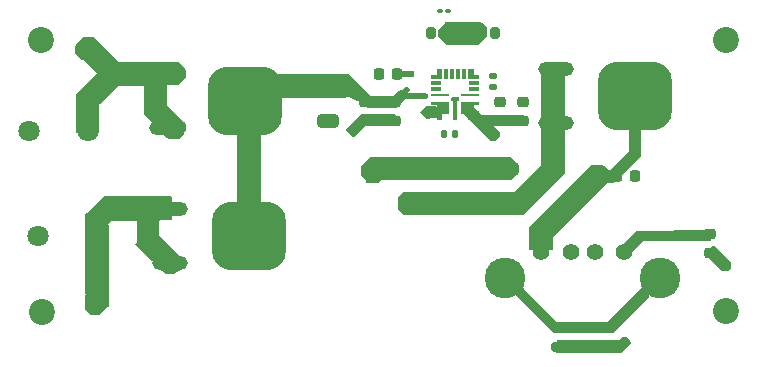
<source format=gts>
G04 #@! TF.GenerationSoftware,KiCad,Pcbnew,7.0.10*
G04 #@! TF.CreationDate,2024-02-24T17:00:32-05:00*
G04 #@! TF.ProjectId,main_buck_board,6d61696e-5f62-4756-936b-5f626f617264,rev?*
G04 #@! TF.SameCoordinates,Original*
G04 #@! TF.FileFunction,Soldermask,Top*
G04 #@! TF.FilePolarity,Negative*
%FSLAX46Y46*%
G04 Gerber Fmt 4.6, Leading zero omitted, Abs format (unit mm)*
G04 Created by KiCad (PCBNEW 7.0.10) date 2024-02-24 17:00:32*
%MOMM*%
%LPD*%
G01*
G04 APERTURE LIST*
G04 Aperture macros list*
%AMRoundRect*
0 Rectangle with rounded corners*
0 $1 Rounding radius*
0 $2 $3 $4 $5 $6 $7 $8 $9 X,Y pos of 4 corners*
0 Add a 4 corners polygon primitive as box body*
4,1,4,$2,$3,$4,$5,$6,$7,$8,$9,$2,$3,0*
0 Add four circle primitives for the rounded corners*
1,1,$1+$1,$2,$3*
1,1,$1+$1,$4,$5*
1,1,$1+$1,$6,$7*
1,1,$1+$1,$8,$9*
0 Add four rect primitives between the rounded corners*
20,1,$1+$1,$2,$3,$4,$5,0*
20,1,$1+$1,$4,$5,$6,$7,0*
20,1,$1+$1,$6,$7,$8,$9,0*
20,1,$1+$1,$8,$9,$2,$3,0*%
%AMFreePoly0*
4,1,20,0.758544,0.125006,0.762496,0.125006,0.762496,0.121054,0.763099,0.120451,0.763099,-0.792049,0.744349,-0.810799,0.188099,-0.810799,0.188099,-1.355799,-0.261901,-1.355799,-0.261901,-0.810799,-0.761901,-0.810799,-0.761901,-0.560799,-0.261901,-0.560799,-0.261901,-0.125006,-0.762495,-0.125006,-0.762495,0.125006,-0.761901,0.125006,-0.761901,0.139201,0.744349,0.139201,0.758544,0.125006,
0.758544,0.125006,$1*%
%AMFreePoly1*
4,1,17,0.951036,0.308536,0.952500,0.305000,0.952500,-0.295000,0.951036,-0.298536,0.947500,-0.300000,0.687500,-0.300000,0.683964,-0.298536,0.682500,-0.295000,0.682500,-0.155000,-0.947500,-0.155000,-0.947500,0.155000,0.682500,0.155000,0.682500,0.305000,0.683964,0.308536,0.687500,0.310000,0.947500,0.310000,0.951036,0.308536,0.951036,0.308536,$1*%
%AMFreePoly2*
4,1,20,0.761901,0.125006,0.762496,0.125006,0.762496,-0.125006,0.261901,-0.125006,0.261901,-0.560799,0.761901,-0.560799,0.761901,-0.810799,0.261901,-0.810799,0.261901,-1.355799,-0.188099,-1.355799,-0.188099,-0.810799,-0.744349,-0.810799,-0.763099,-0.792049,-0.763099,0.120451,-0.762495,0.121055,-0.762495,0.125006,-0.758544,0.125006,-0.744349,0.139201,0.761901,0.139201,0.761901,0.125006,
0.761901,0.125006,$1*%
G04 Aperture macros list end*
%ADD10RoundRect,0.250000X-0.650000X0.325000X-0.650000X-0.325000X0.650000X-0.325000X0.650000X0.325000X0*%
%ADD11RoundRect,0.225000X-0.225000X-0.250000X0.225000X-0.250000X0.225000X0.250000X-0.225000X0.250000X0*%
%ADD12RoundRect,0.200000X-0.200000X-0.275000X0.200000X-0.275000X0.200000X0.275000X-0.200000X0.275000X0*%
%ADD13RoundRect,0.582000X-0.935000X0.000000X-0.935000X0.000000X0.935000X0.000000X0.935000X0.000000X0*%
%ADD14RoundRect,1.750200X-1.401800X1.166800X-1.401800X-1.166800X1.401800X-1.166800X1.401800X1.166800X0*%
%ADD15RoundRect,0.140000X-0.170000X0.140000X-0.170000X-0.140000X0.170000X-0.140000X0.170000X0.140000X0*%
%ADD16RoundRect,0.200000X-0.275000X0.200000X-0.275000X-0.200000X0.275000X-0.200000X0.275000X0.200000X0*%
%ADD17C,2.200000*%
%ADD18RoundRect,0.225000X-0.250000X0.225000X-0.250000X-0.225000X0.250000X-0.225000X0.250000X0.225000X0*%
%ADD19RoundRect,0.225000X0.250000X-0.225000X0.250000X0.225000X-0.250000X0.225000X-0.250000X-0.225000X0*%
%ADD20RoundRect,0.225000X0.225000X0.250000X-0.225000X0.250000X-0.225000X-0.250000X0.225000X-0.250000X0*%
%ADD21RoundRect,0.100000X-0.130000X-0.100000X0.130000X-0.100000X0.130000X0.100000X-0.130000X0.100000X0*%
%ADD22C,1.000000*%
%ADD23C,1.803400*%
%ADD24R,0.875005X0.299999*%
%ADD25R,1.524991X0.250012*%
%ADD26FreePoly0,0.000000*%
%ADD27FreePoly1,90.000000*%
%ADD28FreePoly2,0.000000*%
%ADD29R,0.449999X0.872502*%
%ADD30R,0.949998X0.347500*%
%ADD31R,0.299999X0.875005*%
%ADD32R,0.956250X0.354998*%
%ADD33R,0.461250X0.881250*%
%ADD34C,1.400000*%
%ADD35C,3.450000*%
%ADD36RoundRect,0.140000X-0.140000X-0.170000X0.140000X-0.170000X0.140000X0.170000X-0.140000X0.170000X0*%
G04 APERTURE END LIST*
G36*
X181780000Y-101620250D02*
G01*
X181761250Y-101639000D01*
X180830000Y-101639000D01*
X180830000Y-101289000D01*
X181330000Y-101289000D01*
X181330000Y-100764000D01*
X181780000Y-100764000D01*
X181780000Y-101620250D01*
G37*
G36*
X184430000Y-101289000D02*
G01*
X184930000Y-101289000D01*
X184930000Y-101639000D01*
X183998750Y-101639000D01*
X183980000Y-101620250D01*
X183980000Y-100764000D01*
X184430000Y-100764000D01*
X184430000Y-101289000D01*
G37*
G36*
X183180000Y-103464000D02*
G01*
X183048750Y-103464000D01*
X183030000Y-103482750D01*
X183030000Y-105114000D01*
X182730000Y-105114000D01*
X182730000Y-103482750D01*
X182711250Y-103464000D01*
X182580000Y-103464000D01*
X182580000Y-103214000D01*
X183180000Y-103214000D01*
X183180000Y-103464000D01*
G37*
G36*
X182355000Y-103657750D02*
G01*
X182355000Y-104570250D01*
X182336250Y-104589000D01*
X181780000Y-104589000D01*
X181780000Y-105114000D01*
X181330000Y-105114000D01*
X181330000Y-104589000D01*
X180830000Y-104589000D01*
X180830000Y-104339000D01*
X181330000Y-104339000D01*
X181330000Y-103889000D01*
X180830000Y-103889000D01*
X180830000Y-103639000D01*
X182336250Y-103639000D01*
X182355000Y-103657750D01*
G37*
G36*
X184930000Y-103889000D02*
G01*
X184430000Y-103889000D01*
X184430000Y-104339000D01*
X184930000Y-104339000D01*
X184930000Y-104589000D01*
X184430000Y-104589000D01*
X184430000Y-105114000D01*
X183980000Y-105114000D01*
X183980000Y-104589000D01*
X183423750Y-104589000D01*
X183405000Y-104570250D01*
X183405000Y-103657750D01*
X183423750Y-103639000D01*
X184930000Y-103639000D01*
X184930000Y-103889000D01*
G37*
D10*
X183515000Y-109269000D03*
X183515000Y-112219000D03*
D11*
X196570000Y-109855000D03*
X198120000Y-109855000D03*
D12*
X184595000Y-97790000D03*
X186245000Y-97790000D03*
D13*
X158450000Y-101219000D03*
D14*
X165100000Y-103505000D03*
D13*
X158450000Y-105791000D03*
D15*
X186055000Y-101374000D03*
X186055000Y-102334000D03*
D10*
X187325000Y-109269000D03*
X187325000Y-112219000D03*
D16*
X191460000Y-122675000D03*
X191460000Y-124325000D03*
D17*
X147870000Y-121360000D03*
D18*
X194665000Y-122725000D03*
X194665000Y-124275000D03*
D19*
X204470000Y-116345000D03*
X204470000Y-114795000D03*
D20*
X177940000Y-101219000D03*
X176390000Y-101219000D03*
D13*
X158750000Y-112649000D03*
D14*
X165400000Y-114935000D03*
D13*
X158750000Y-117221000D03*
D21*
X181605000Y-95885000D03*
X182245000Y-95885000D03*
D22*
X191135000Y-107569000D03*
D23*
X152525100Y-114935000D03*
X147525100Y-114935000D03*
D24*
X181267501Y-101988999D03*
X181267501Y-102489000D03*
D25*
X181592501Y-102988999D03*
D26*
X181592501Y-103764001D03*
D25*
X181592501Y-104464001D03*
D27*
X182885000Y-104166500D03*
D25*
X184167499Y-104464001D03*
D28*
X184170000Y-103779000D03*
D25*
X184167499Y-102988999D03*
D24*
X184492499Y-102489000D03*
X184492499Y-101988999D03*
D29*
X184205000Y-101200251D03*
D30*
X184454999Y-101462752D03*
D31*
X183629999Y-101201503D03*
X183129999Y-101201503D03*
X182629999Y-101201503D03*
X182129999Y-101201503D03*
D32*
X181308127Y-101466501D03*
D33*
X181555627Y-101203375D03*
D18*
X175260000Y-103619000D03*
X175260000Y-105169000D03*
D23*
X151765000Y-106045000D03*
X146765000Y-106045000D03*
D10*
X172085000Y-102284000D03*
X172085000Y-105234000D03*
D17*
X205840000Y-121300000D03*
D10*
X179070000Y-109269000D03*
X179070000Y-112219000D03*
D13*
X191440000Y-100838000D03*
D14*
X198090000Y-103124000D03*
D13*
X191440000Y-105410000D03*
D17*
X205840000Y-98310000D03*
D12*
X180785000Y-97790000D03*
X182435000Y-97790000D03*
D34*
X190175000Y-116325000D03*
X192675000Y-116325000D03*
X194675000Y-116325000D03*
X197175000Y-116325000D03*
D35*
X187105000Y-118525000D03*
X200245000Y-118525000D03*
D22*
X151765000Y-99060000D03*
X152400000Y-120650000D03*
D36*
X181920000Y-106299000D03*
X182880000Y-106299000D03*
D18*
X188595000Y-103619000D03*
X188595000Y-105169000D03*
X177800000Y-103619000D03*
X177800000Y-105169000D03*
D17*
X147810000Y-98310000D03*
D18*
X186690000Y-103619000D03*
X186690000Y-105169000D03*
G36*
X166363839Y-106293285D02*
G01*
X166409594Y-106346089D01*
X166420800Y-106397600D01*
X166420800Y-112144000D01*
X166401115Y-112211039D01*
X166348311Y-112256794D01*
X166296800Y-112268000D01*
X164512800Y-112268000D01*
X164445761Y-112248315D01*
X164400006Y-112195511D01*
X164388800Y-112144000D01*
X164388800Y-106397600D01*
X164408485Y-106330561D01*
X164461289Y-106284806D01*
X164512800Y-106273600D01*
X166296800Y-106273600D01*
X166363839Y-106293285D01*
G37*
G36*
X176745597Y-108249085D02*
G01*
X176778159Y-108279537D01*
X176785038Y-108288813D01*
X176791796Y-108298929D01*
X176798148Y-108309527D01*
X176803884Y-108320258D01*
X176809166Y-108331426D01*
X176813821Y-108342663D01*
X176817981Y-108354288D01*
X176821516Y-108365941D01*
X176824516Y-108377919D01*
X176826889Y-108389854D01*
X176828701Y-108402072D01*
X176829893Y-108414171D01*
X176830650Y-108429560D01*
X176830800Y-108435652D01*
X176830800Y-110086600D01*
X176811115Y-110153639D01*
X176758311Y-110199394D01*
X176706800Y-110210600D01*
X176631599Y-110210600D01*
X176388519Y-110453681D01*
X176327196Y-110487166D01*
X176300838Y-110490000D01*
X175489162Y-110490000D01*
X175422123Y-110470315D01*
X175401481Y-110453681D01*
X175347119Y-110399319D01*
X175313634Y-110337996D01*
X175310800Y-110311638D01*
X175310800Y-110236000D01*
X174940719Y-109865919D01*
X174907234Y-109804596D01*
X174904400Y-109778238D01*
X174904400Y-109118962D01*
X174924085Y-109051923D01*
X174940719Y-109031281D01*
X175706281Y-108265719D01*
X175767604Y-108232234D01*
X175793962Y-108229400D01*
X176678558Y-108229400D01*
X176745597Y-108249085D01*
G37*
G36*
X152237877Y-98114485D02*
G01*
X152258519Y-98131119D01*
X152730200Y-98602800D01*
X152755038Y-98602800D01*
X152822077Y-98622485D01*
X152842719Y-98639119D01*
X152857396Y-98653796D01*
X152890881Y-98715119D01*
X152885897Y-98784811D01*
X152857396Y-98829158D01*
X151610358Y-100076196D01*
X151549035Y-100109681D01*
X151479343Y-100104697D01*
X151434996Y-100076196D01*
X151409400Y-100050600D01*
X151333762Y-100050600D01*
X151266723Y-100030915D01*
X151246081Y-100014281D01*
X150759919Y-99528119D01*
X150726434Y-99466796D01*
X150723600Y-99440438D01*
X150723600Y-98857362D01*
X150743285Y-98790323D01*
X150759919Y-98769681D01*
X151398481Y-98131119D01*
X151459804Y-98097634D01*
X151486162Y-98094800D01*
X152170838Y-98094800D01*
X152237877Y-98114485D01*
G37*
G36*
X187569277Y-108249085D02*
G01*
X187589919Y-108265719D01*
X188228481Y-108904281D01*
X188261966Y-108965604D01*
X188264800Y-108991962D01*
X188264800Y-109549638D01*
X188245115Y-109616677D01*
X188228481Y-109637319D01*
X187666119Y-110199681D01*
X187604796Y-110233166D01*
X187578438Y-110236000D01*
X178333962Y-110236000D01*
X178266923Y-110216315D01*
X178262614Y-110212842D01*
X178257199Y-110210600D01*
X176631599Y-110210600D01*
X176491704Y-110350496D01*
X176430381Y-110383981D01*
X176360689Y-110378997D01*
X176316342Y-110350496D01*
X176101379Y-110135533D01*
X176097182Y-110131125D01*
X176086837Y-110119711D01*
X176079115Y-110110302D01*
X176071762Y-110100387D01*
X176065003Y-110090270D01*
X176058651Y-110079672D01*
X176052915Y-110068941D01*
X176047633Y-110057773D01*
X176042978Y-110046536D01*
X176038818Y-110034911D01*
X176035283Y-110023258D01*
X176032283Y-110011280D01*
X176029910Y-109999345D01*
X176028098Y-109987127D01*
X176026905Y-109975020D01*
X176026149Y-109959631D01*
X176026000Y-109953547D01*
X176026000Y-108353400D01*
X176045685Y-108286361D01*
X176098489Y-108240606D01*
X176150000Y-108229400D01*
X187502238Y-108229400D01*
X187569277Y-108249085D01*
G37*
G36*
X173878677Y-101264085D02*
G01*
X173899319Y-101280719D01*
X175717200Y-103098600D01*
X176019392Y-103098600D01*
X176086431Y-103118285D01*
X176107073Y-103134919D01*
X176349020Y-103376866D01*
X176353217Y-103381274D01*
X176363562Y-103392688D01*
X176371284Y-103402097D01*
X176378637Y-103412012D01*
X176385396Y-103422129D01*
X176391748Y-103432727D01*
X176397484Y-103443458D01*
X176402766Y-103454626D01*
X176407421Y-103465863D01*
X176411581Y-103477488D01*
X176415116Y-103489141D01*
X176418116Y-103501119D01*
X176420489Y-103513054D01*
X176422301Y-103525272D01*
X176423493Y-103537371D01*
X176424250Y-103552760D01*
X176424400Y-103558852D01*
X176424400Y-103933747D01*
X176424250Y-103939839D01*
X176423493Y-103955228D01*
X176422301Y-103967327D01*
X176420489Y-103979545D01*
X176418118Y-103991473D01*
X176417155Y-103995319D01*
X176381776Y-104055569D01*
X176319440Y-104087128D01*
X176296868Y-104089200D01*
X175511000Y-104089200D01*
X175443961Y-104069515D01*
X175398206Y-104016711D01*
X175387000Y-103965200D01*
X175387000Y-103886000D01*
X175357606Y-103886000D01*
X175303190Y-103873422D01*
X173685200Y-103083240D01*
X173685200Y-103127000D01*
X173665515Y-103194039D01*
X173612711Y-103239794D01*
X173561200Y-103251000D01*
X167789400Y-103251000D01*
X167722361Y-103231315D01*
X167676606Y-103178511D01*
X167665400Y-103127000D01*
X167665400Y-101368400D01*
X167685085Y-101301361D01*
X167737889Y-101255606D01*
X167789400Y-101244400D01*
X173811638Y-101244400D01*
X173878677Y-101264085D01*
G37*
G36*
X159451477Y-100222685D02*
G01*
X159472119Y-100239319D01*
X160034481Y-100801681D01*
X160067966Y-100863004D01*
X160070800Y-100889362D01*
X160070800Y-101497838D01*
X160051115Y-101564877D01*
X160034481Y-101585519D01*
X159497519Y-102122481D01*
X159436196Y-102155966D01*
X159409838Y-102158800D01*
X158572762Y-102158800D01*
X158505723Y-102139115D01*
X158497737Y-102132680D01*
X158496000Y-102133400D01*
X158496000Y-102154122D01*
X158476315Y-102221161D01*
X158423511Y-102266916D01*
X158354353Y-102276860D01*
X158290797Y-102247835D01*
X158253023Y-102189057D01*
X158249342Y-102172317D01*
X158248098Y-102163931D01*
X158246905Y-102151820D01*
X158246149Y-102136431D01*
X158246000Y-102130347D01*
X158246000Y-100327000D01*
X158265685Y-100259961D01*
X158318489Y-100214206D01*
X158370000Y-100203000D01*
X159384438Y-100203000D01*
X159451477Y-100222685D01*
G37*
G36*
X204436692Y-114423958D02*
G01*
X204483320Y-114475992D01*
X204495400Y-114529376D01*
X204495400Y-115268200D01*
X204475715Y-115335239D01*
X204422911Y-115380994D01*
X204371400Y-115392200D01*
X198754999Y-115392200D01*
X197826681Y-116320519D01*
X197765358Y-116354004D01*
X197695666Y-116349020D01*
X197651319Y-116320519D01*
X197106706Y-115775906D01*
X197073221Y-115714583D01*
X197078205Y-115644891D01*
X197110140Y-115597239D01*
X198253085Y-114538958D01*
X198315650Y-114507854D01*
X198335266Y-114505961D01*
X204369334Y-114405393D01*
X204436692Y-114423958D01*
G37*
G36*
X152596757Y-98485203D02*
G01*
X152641104Y-98513704D01*
X152730200Y-98602800D01*
X152755038Y-98602800D01*
X152822077Y-98622485D01*
X152842719Y-98639119D01*
X154406600Y-100203000D01*
X158622000Y-100203000D01*
X158689039Y-100222685D01*
X158734794Y-100275489D01*
X158746000Y-100327000D01*
X158746000Y-102034800D01*
X158726315Y-102101839D01*
X158673511Y-102147594D01*
X158622000Y-102158800D01*
X158572762Y-102158800D01*
X158505723Y-102139115D01*
X158497737Y-102132680D01*
X158496000Y-102133400D01*
X158496000Y-103783838D01*
X158476315Y-103850877D01*
X158470600Y-103857969D01*
X158470600Y-103860600D01*
X159918399Y-105308399D01*
X159919770Y-105308967D01*
X159984877Y-105328085D01*
X160005519Y-105344719D01*
X160034481Y-105373681D01*
X160067966Y-105435004D01*
X160070800Y-105461362D01*
X160070800Y-105993638D01*
X160051115Y-106060677D01*
X160034481Y-106081319D01*
X159918399Y-106197400D01*
X159909680Y-106218452D01*
X159865839Y-106272856D01*
X159799545Y-106294921D01*
X159795119Y-106295000D01*
X158545363Y-106295000D01*
X158478324Y-106275315D01*
X158432569Y-106222511D01*
X158422625Y-106153353D01*
X158451650Y-106089797D01*
X158457682Y-106083319D01*
X158496000Y-106045000D01*
X157943174Y-106045000D01*
X157876135Y-106025315D01*
X157830380Y-105972511D01*
X157824614Y-105932413D01*
X156525719Y-104633518D01*
X156492234Y-104572195D01*
X156489400Y-104545837D01*
X156489400Y-102209600D01*
X154381199Y-102209600D01*
X152842719Y-103748081D01*
X152781396Y-103781566D01*
X152755667Y-103784332D01*
X152755600Y-103784400D01*
X152755600Y-106073400D01*
X152735915Y-106140439D01*
X152683111Y-106186194D01*
X152631600Y-106197400D01*
X150873000Y-106197400D01*
X150805961Y-106177715D01*
X150760206Y-106124911D01*
X150749000Y-106073400D01*
X150749000Y-103022962D01*
X150768685Y-102955923D01*
X150785319Y-102935281D01*
X152490681Y-101229919D01*
X152550998Y-101196983D01*
X152552400Y-101193599D01*
X151409400Y-100050600D01*
X151333762Y-100050600D01*
X151266723Y-100030915D01*
X151246081Y-100014281D01*
X151193304Y-99961504D01*
X151159819Y-99900181D01*
X151164803Y-99830489D01*
X151193304Y-99786142D01*
X152465742Y-98513704D01*
X152527065Y-98480219D01*
X152596757Y-98485203D01*
G37*
G36*
X158870839Y-111601885D02*
G01*
X158916594Y-111654689D01*
X158927800Y-111706200D01*
X158927800Y-113490200D01*
X158908115Y-113557239D01*
X158855311Y-113602994D01*
X158803800Y-113614200D01*
X157886399Y-113614200D01*
X157784800Y-113715799D01*
X157784800Y-114858800D01*
X159808319Y-116882319D01*
X159841804Y-116943642D01*
X159836820Y-117013334D01*
X159794948Y-117069267D01*
X159729484Y-117093684D01*
X159720638Y-117094000D01*
X157302762Y-117094000D01*
X157235723Y-117074315D01*
X157215081Y-117057681D01*
X155840481Y-115683081D01*
X155806996Y-115621758D01*
X155811980Y-115552066D01*
X155840481Y-115507719D01*
X155905199Y-115443000D01*
X155905200Y-115442999D01*
X155905200Y-113665000D01*
X153796999Y-113665000D01*
X153517600Y-113944400D01*
X153517600Y-113953477D01*
X153540166Y-113994804D01*
X153543000Y-114021162D01*
X153543000Y-120014000D01*
X153523315Y-120081039D01*
X153470511Y-120126794D01*
X153419000Y-120138000D01*
X151690476Y-120138000D01*
X151685251Y-120140316D01*
X151615986Y-120149488D01*
X151552758Y-120119756D01*
X151515641Y-120060560D01*
X151511000Y-120026954D01*
X151511000Y-120015562D01*
X151530685Y-119948523D01*
X151547319Y-119927880D01*
X151587199Y-119887999D01*
X151580580Y-119872020D01*
X151567961Y-119868315D01*
X151522206Y-119815511D01*
X151511000Y-119764000D01*
X151511000Y-113128600D01*
X151530685Y-113061561D01*
X151583489Y-113015806D01*
X151635000Y-113004600D01*
X151688800Y-113004600D01*
X151688800Y-113004599D01*
X153074881Y-111618519D01*
X153136204Y-111585034D01*
X153162562Y-111582200D01*
X158803800Y-111582200D01*
X158870839Y-111601885D01*
G37*
G36*
X179368639Y-100959285D02*
G01*
X179414394Y-101012089D01*
X179425600Y-101063600D01*
X179425600Y-101269238D01*
X179405915Y-101336277D01*
X179389281Y-101356919D01*
X179309519Y-101436681D01*
X179248196Y-101470166D01*
X179221838Y-101473000D01*
X178482800Y-101473000D01*
X178415761Y-101453315D01*
X178370006Y-101400511D01*
X178358800Y-101349000D01*
X178358800Y-101063600D01*
X178378485Y-100996561D01*
X178431289Y-100950806D01*
X178482800Y-100939600D01*
X179301600Y-100939600D01*
X179368639Y-100959285D01*
G37*
G36*
X197399077Y-123514485D02*
G01*
X197419719Y-123531119D01*
X197702681Y-123814081D01*
X197736166Y-123875404D01*
X197739000Y-123901762D01*
X197739000Y-124002238D01*
X197719315Y-124069277D01*
X197702681Y-124089919D01*
X196987919Y-124804681D01*
X196926596Y-124838166D01*
X196900238Y-124841000D01*
X191563800Y-124841000D01*
X191496761Y-124821315D01*
X191451006Y-124768511D01*
X191439800Y-124717000D01*
X191439800Y-123898200D01*
X191459485Y-123831161D01*
X191512289Y-123785406D01*
X191563800Y-123774200D01*
X196773800Y-123774200D01*
X196773800Y-123774199D01*
X197016881Y-123531119D01*
X197078204Y-123497634D01*
X197104562Y-123494800D01*
X197332038Y-123494800D01*
X197399077Y-123514485D01*
G37*
G36*
X184419677Y-104032685D02*
G01*
X184440319Y-104049319D01*
X185064400Y-104673400D01*
X188674200Y-104673400D01*
X188741239Y-104693085D01*
X188786994Y-104745889D01*
X188798200Y-104797400D01*
X188798200Y-105540000D01*
X188778515Y-105607039D01*
X188725711Y-105652794D01*
X188674200Y-105664000D01*
X186156599Y-105664000D01*
X186602881Y-106110281D01*
X186636366Y-106171604D01*
X186639200Y-106197962D01*
X186639200Y-106476238D01*
X186619515Y-106543277D01*
X186602881Y-106563919D01*
X186269119Y-106897681D01*
X186207796Y-106931166D01*
X186181438Y-106934000D01*
X186004762Y-106934000D01*
X185937723Y-106914315D01*
X185917081Y-106897681D01*
X183898676Y-104879275D01*
X183848032Y-104853921D01*
X183844852Y-104850852D01*
X183678881Y-104684881D01*
X183645396Y-104623558D01*
X183650380Y-104553866D01*
X183678881Y-104509519D01*
X184139081Y-104049319D01*
X184200404Y-104015834D01*
X184226762Y-104013000D01*
X184352638Y-104013000D01*
X184419677Y-104032685D01*
G37*
G36*
X191938077Y-100375085D02*
G01*
X191958719Y-100391719D01*
X192114681Y-100547681D01*
X192148166Y-100609004D01*
X192151000Y-100635362D01*
X192151000Y-109600438D01*
X192131315Y-109667477D01*
X192114681Y-109688119D01*
X188707519Y-113095281D01*
X188646196Y-113128766D01*
X188619838Y-113131600D01*
X178537162Y-113131600D01*
X178470123Y-113111915D01*
X178449481Y-113095281D01*
X178064919Y-112710719D01*
X178031434Y-112649396D01*
X178028600Y-112623038D01*
X178028600Y-111735162D01*
X178048285Y-111668123D01*
X178064919Y-111647481D01*
X178474881Y-111237519D01*
X178536204Y-111204034D01*
X178562562Y-111201200D01*
X187833000Y-111201200D01*
X187833000Y-111201199D01*
X190144400Y-108889799D01*
X190144400Y-100479400D01*
X190164085Y-100412361D01*
X190216889Y-100366606D01*
X190268400Y-100355400D01*
X191871038Y-100355400D01*
X191938077Y-100375085D01*
G37*
G36*
X185130877Y-96869885D02*
G01*
X185151519Y-96886519D01*
X185536081Y-97271081D01*
X185569566Y-97332404D01*
X185572400Y-97358762D01*
X185572400Y-97992638D01*
X185552715Y-98059677D01*
X185536081Y-98080319D01*
X184922919Y-98693481D01*
X184861596Y-98726966D01*
X184835238Y-98729800D01*
X182143962Y-98729800D01*
X182076923Y-98710115D01*
X182056281Y-98693481D01*
X181493919Y-98131119D01*
X181460434Y-98069796D01*
X181457600Y-98043438D01*
X181457600Y-97460362D01*
X181477285Y-97393323D01*
X181493919Y-97372681D01*
X181980081Y-96886519D01*
X182041404Y-96853034D01*
X182067762Y-96850200D01*
X185063838Y-96850200D01*
X185130877Y-96869885D01*
G37*
G36*
X177844639Y-104667685D02*
G01*
X177890394Y-104720489D01*
X177901600Y-104772000D01*
X177901600Y-105540000D01*
X177881915Y-105607039D01*
X177829111Y-105652794D01*
X177777600Y-105664000D01*
X175259999Y-105664000D01*
X174382481Y-106541519D01*
X174321158Y-106575004D01*
X174251466Y-106570020D01*
X174207119Y-106541519D01*
X173683981Y-106018381D01*
X173650496Y-105957058D01*
X173655480Y-105887366D01*
X173683981Y-105843019D01*
X174842681Y-104684319D01*
X174904004Y-104650834D01*
X174930362Y-104648000D01*
X177777600Y-104648000D01*
X177844639Y-104667685D01*
G37*
G36*
X188590534Y-119232980D02*
G01*
X188646467Y-119274852D01*
X188670884Y-119340316D01*
X188671200Y-119349162D01*
X188671200Y-119430800D01*
X191490600Y-122250200D01*
X195732400Y-122250200D01*
X195732400Y-122250199D01*
X198603819Y-119378781D01*
X198665142Y-119345296D01*
X198734834Y-119350280D01*
X198779181Y-119378781D01*
X199277481Y-119877081D01*
X199310966Y-119938404D01*
X199313800Y-119964762D01*
X199313800Y-120065238D01*
X199294115Y-120132277D01*
X199277481Y-120152919D01*
X196327519Y-123102881D01*
X196266196Y-123136366D01*
X196239838Y-123139200D01*
X191262562Y-123139200D01*
X191195523Y-123119515D01*
X191174881Y-123102881D01*
X187984181Y-119912181D01*
X187950696Y-119850858D01*
X187955680Y-119781166D01*
X187984181Y-119736819D01*
X188459519Y-119261481D01*
X188520842Y-119227996D01*
X188590534Y-119232980D01*
G37*
G36*
X153486039Y-119657685D02*
G01*
X153531794Y-119710489D01*
X153543000Y-119762000D01*
X153543000Y-120814982D01*
X153523315Y-120882021D01*
X153470511Y-120927776D01*
X153466814Y-120929385D01*
X152817319Y-121578881D01*
X152755996Y-121612366D01*
X152729638Y-121615200D01*
X152070362Y-121615200D01*
X152003323Y-121595515D01*
X151982681Y-121578881D01*
X151547319Y-121143519D01*
X151513834Y-121082196D01*
X151511000Y-121055838D01*
X151511000Y-120015562D01*
X151530685Y-119948523D01*
X151547319Y-119927880D01*
X151587199Y-119887999D01*
X151580580Y-119872020D01*
X151567961Y-119868315D01*
X151522206Y-119815511D01*
X151511000Y-119764000D01*
X151511000Y-119762000D01*
X151530685Y-119694961D01*
X151583489Y-119649206D01*
X151635000Y-119638000D01*
X153419000Y-119638000D01*
X153486039Y-119657685D01*
G37*
G36*
X198545639Y-105785285D02*
G01*
X198591394Y-105838089D01*
X198602600Y-105889600D01*
X198602600Y-108127238D01*
X198582915Y-108194277D01*
X198566281Y-108214919D01*
X197013319Y-109767881D01*
X196951996Y-109801366D01*
X196925638Y-109804200D01*
X196900799Y-109804200D01*
X196327519Y-110377481D01*
X196266196Y-110410966D01*
X196239838Y-110413800D01*
X195961562Y-110413800D01*
X195894523Y-110394115D01*
X195873881Y-110377481D01*
X195859400Y-110363000D01*
X195808599Y-110363000D01*
X191160400Y-115011199D01*
X191160400Y-116026638D01*
X191140715Y-116093677D01*
X191124081Y-116114319D01*
X191120519Y-116117881D01*
X191059196Y-116151366D01*
X191032838Y-116154200D01*
X189277800Y-116154200D01*
X189210761Y-116134515D01*
X189165006Y-116081711D01*
X189153800Y-116030200D01*
X189153800Y-114173562D01*
X189173485Y-114106523D01*
X189190119Y-114085881D01*
X194273681Y-109002319D01*
X194335004Y-108968834D01*
X194361362Y-108966000D01*
X195427038Y-108966000D01*
X195494077Y-108985685D01*
X195514719Y-109002319D01*
X195884800Y-109372400D01*
X195961000Y-109372400D01*
X195961000Y-109372399D01*
X197586600Y-107746799D01*
X197586600Y-105889600D01*
X197606285Y-105822561D01*
X197659089Y-105776806D01*
X197710600Y-105765600D01*
X198478600Y-105765600D01*
X198545639Y-105785285D01*
G37*
G36*
X159684077Y-105078085D02*
G01*
X159704719Y-105094719D01*
X159918399Y-105308399D01*
X159919770Y-105308967D01*
X159984877Y-105328085D01*
X160005519Y-105344719D01*
X160034481Y-105373681D01*
X160067966Y-105435004D01*
X160070800Y-105461362D01*
X160070800Y-105993638D01*
X160051115Y-106060677D01*
X160034481Y-106081319D01*
X159918400Y-106197399D01*
X159918400Y-106273038D01*
X159898715Y-106340077D01*
X159882081Y-106360719D01*
X159522919Y-106719881D01*
X159461596Y-106753366D01*
X159435238Y-106756200D01*
X158918371Y-106756200D01*
X158886948Y-106752152D01*
X158669026Y-106695064D01*
X158653090Y-106689712D01*
X158468043Y-106613240D01*
X158427721Y-106586321D01*
X158278881Y-106437481D01*
X158245396Y-106376158D01*
X158250380Y-106306466D01*
X158278881Y-106262119D01*
X158496000Y-106045000D01*
X158441808Y-106045000D01*
X158374769Y-106025315D01*
X158329014Y-105972511D01*
X158319070Y-105903353D01*
X158348095Y-105839797D01*
X158354127Y-105833319D01*
X159053666Y-105133779D01*
X159058074Y-105129582D01*
X159069488Y-105119237D01*
X159078897Y-105111515D01*
X159088812Y-105104162D01*
X159098929Y-105097403D01*
X159109527Y-105091051D01*
X159120258Y-105085315D01*
X159131426Y-105080033D01*
X159142663Y-105075378D01*
X159154288Y-105071218D01*
X159165941Y-105067683D01*
X159177919Y-105064683D01*
X159189854Y-105062310D01*
X159202072Y-105060498D01*
X159214179Y-105059305D01*
X159229569Y-105058549D01*
X159235653Y-105058400D01*
X159617038Y-105058400D01*
X159684077Y-105078085D01*
G37*
G36*
X204815877Y-115792885D02*
G01*
X204836519Y-115809519D01*
X206186281Y-117159281D01*
X206219766Y-117220604D01*
X206222600Y-117246962D01*
X206222600Y-117548592D01*
X206202915Y-117615631D01*
X206186281Y-117636273D01*
X205952073Y-117870481D01*
X205890750Y-117903966D01*
X205864392Y-117906800D01*
X205537362Y-117906800D01*
X205470323Y-117887115D01*
X205449681Y-117870481D01*
X204269476Y-116690275D01*
X204218832Y-116664921D01*
X204215652Y-116661852D01*
X204075081Y-116521281D01*
X204041596Y-116459958D01*
X204046580Y-116390266D01*
X204075081Y-116345919D01*
X204611481Y-115809519D01*
X204672804Y-115776034D01*
X204699162Y-115773200D01*
X204748838Y-115773200D01*
X204815877Y-115792885D01*
G37*
G36*
X206114557Y-117103403D02*
G01*
X206158904Y-117131904D01*
X206186281Y-117159281D01*
X206219766Y-117220604D01*
X206222600Y-117246962D01*
X206222600Y-117576038D01*
X206202915Y-117643077D01*
X206186281Y-117663719D01*
X205979519Y-117870481D01*
X205918196Y-117903966D01*
X205891838Y-117906800D01*
X205537362Y-117906800D01*
X205470323Y-117887115D01*
X205449681Y-117870481D01*
X205435004Y-117855804D01*
X205401519Y-117794481D01*
X205406503Y-117724789D01*
X205435004Y-117680442D01*
X205983542Y-117131904D01*
X206044865Y-117098419D01*
X206114557Y-117103403D01*
G37*
G36*
X181273639Y-103931085D02*
G01*
X181319394Y-103983889D01*
X181330600Y-104035400D01*
X181330600Y-104828800D01*
X181310915Y-104895839D01*
X181258111Y-104941594D01*
X181206600Y-104952800D01*
X180899362Y-104952800D01*
X180832323Y-104933115D01*
X180828014Y-104929642D01*
X180822599Y-104927400D01*
X180771799Y-104927400D01*
X180656281Y-105042919D01*
X180594958Y-105076404D01*
X180525266Y-105071420D01*
X180480919Y-105042919D01*
X179970481Y-104532481D01*
X179936996Y-104471158D01*
X179941980Y-104401466D01*
X179970481Y-104357119D01*
X180379881Y-103947719D01*
X180441204Y-103914234D01*
X180467562Y-103911400D01*
X181206600Y-103911400D01*
X181273639Y-103931085D01*
G37*
G36*
X178831677Y-102305485D02*
G01*
X178852319Y-102322119D01*
X179007719Y-102477519D01*
X179041204Y-102538842D01*
X179036220Y-102608534D01*
X179007719Y-102652881D01*
X178816000Y-102844600D01*
X178841400Y-102870000D01*
X180419200Y-102870000D01*
X180486239Y-102889685D01*
X180531994Y-102942489D01*
X180543200Y-102994000D01*
X180543200Y-103174238D01*
X180523515Y-103241277D01*
X180506881Y-103261919D01*
X180503319Y-103265481D01*
X180441996Y-103298966D01*
X180415638Y-103301800D01*
X178739799Y-103301800D01*
X177988719Y-104052881D01*
X177927396Y-104086366D01*
X177901038Y-104089200D01*
X175511000Y-104089200D01*
X175443961Y-104069515D01*
X175398206Y-104016711D01*
X175387000Y-103965200D01*
X175387000Y-103886000D01*
X175357606Y-103886000D01*
X175303190Y-103873422D01*
X175206584Y-103826242D01*
X175154983Y-103779135D01*
X175137000Y-103714820D01*
X175137000Y-103101652D01*
X175137149Y-103095568D01*
X175137905Y-103080179D01*
X175139098Y-103068072D01*
X175140910Y-103055854D01*
X175143283Y-103043919D01*
X175146283Y-103031941D01*
X175149818Y-103020288D01*
X175153978Y-103008663D01*
X175158633Y-102997426D01*
X175163915Y-102986258D01*
X175169651Y-102975527D01*
X175176003Y-102964929D01*
X175182762Y-102954812D01*
X175190115Y-102944897D01*
X175197833Y-102935493D01*
X175206127Y-102926341D01*
X175214741Y-102917727D01*
X175223893Y-102909433D01*
X175233297Y-102901715D01*
X175243212Y-102894362D01*
X175253329Y-102887603D01*
X175263927Y-102881251D01*
X175274658Y-102875515D01*
X175285826Y-102870233D01*
X175297063Y-102865578D01*
X175308688Y-102861418D01*
X175320341Y-102857883D01*
X175332319Y-102854883D01*
X175344254Y-102852510D01*
X175356472Y-102850698D01*
X175368579Y-102849505D01*
X175383969Y-102848749D01*
X175390053Y-102848600D01*
X175415838Y-102848600D01*
X175482877Y-102868285D01*
X175503519Y-102884919D01*
X175717200Y-103098600D01*
X177570838Y-103098600D01*
X177637877Y-103118285D01*
X177644969Y-103124000D01*
X177647600Y-103124000D01*
X178144681Y-102626919D01*
X178206004Y-102593434D01*
X178232362Y-102590600D01*
X178384200Y-102590600D01*
X178384200Y-102590599D01*
X178652681Y-102322119D01*
X178714004Y-102288634D01*
X178740362Y-102285800D01*
X178764638Y-102285800D01*
X178831677Y-102305485D01*
G37*
G36*
X159609877Y-117545485D02*
G01*
X159655632Y-117598289D01*
X159665576Y-117667447D01*
X159636551Y-117731003D01*
X159630519Y-117737481D01*
X159467433Y-117900567D01*
X159454152Y-117912086D01*
X159187658Y-118111955D01*
X159122215Y-118136431D01*
X159117348Y-118136688D01*
X158439436Y-118159062D01*
X158371784Y-118141599D01*
X158359279Y-118133057D01*
X158031100Y-117878138D01*
X158019620Y-117862219D01*
X157948119Y-117790718D01*
X157914634Y-117729395D01*
X157911800Y-117703037D01*
X157911800Y-117649800D01*
X157931485Y-117582761D01*
X157984289Y-117537006D01*
X158035800Y-117525800D01*
X159542838Y-117525800D01*
X159609877Y-117545485D01*
G37*
M02*

</source>
